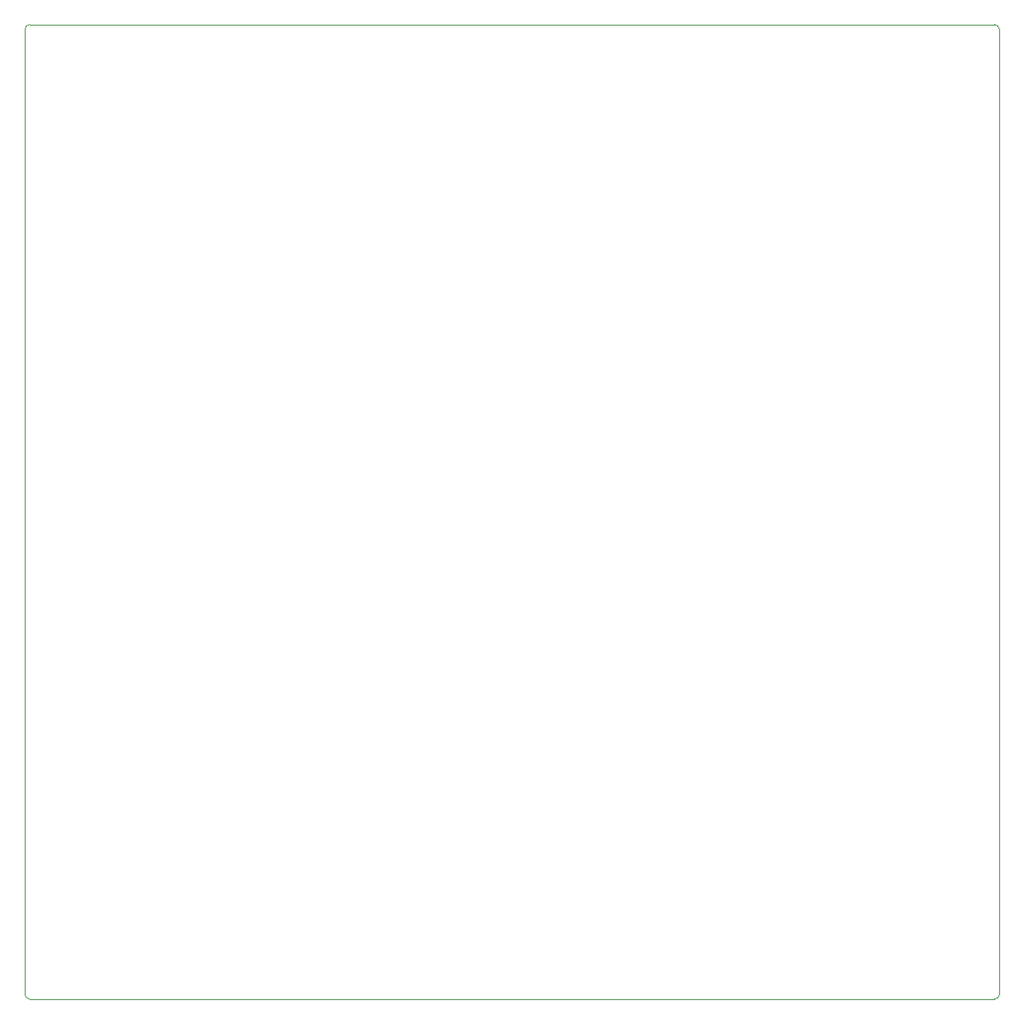
<source format=gbr>
G04 #@! TF.GenerationSoftware,KiCad,Pcbnew,(5.1.5-0-10_14)*
G04 #@! TF.CreationDate,2020-01-27T09:04:13+02:00*
G04 #@! TF.ProjectId,Focaccia-Board_v.0.1,466f6361-6363-4696-912d-426f6172645f,rev?*
G04 #@! TF.SameCoordinates,Original*
G04 #@! TF.FileFunction,Profile,NP*
%FSLAX46Y46*%
G04 Gerber Fmt 4.6, Leading zero omitted, Abs format (unit mm)*
G04 Created by KiCad (PCBNEW (5.1.5-0-10_14)) date 2020-01-27 09:04:13*
%MOMM*%
%LPD*%
G04 APERTURE LIST*
%ADD10C,0.100000*%
G04 APERTURE END LIST*
D10*
X91500000Y-114200000D02*
G75*
G02X91000000Y-113700000I0J500000D01*
G01*
X91000000Y-14700000D02*
G75*
G02X91500000Y-14200000I500000J0D01*
G01*
X190500000Y-14200000D02*
G75*
G02X191000000Y-14700000I0J-500000D01*
G01*
X191000000Y-113700000D02*
G75*
G02X190500000Y-114200000I-500000J0D01*
G01*
X191000000Y-14700000D02*
X191000000Y-113700000D01*
X91500000Y-14200000D02*
X190500000Y-14200000D01*
X91000000Y-113700000D02*
X91000000Y-14700000D01*
X190500000Y-114200000D02*
X91500000Y-114200000D01*
M02*

</source>
